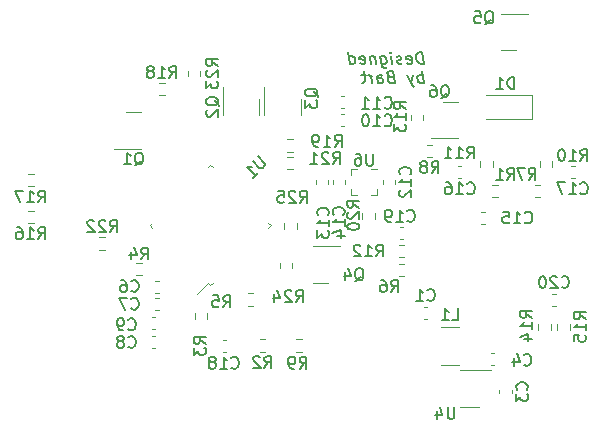
<source format=gbr>
%TF.GenerationSoftware,KiCad,Pcbnew,6.0.2-1.fc35*%
%TF.CreationDate,2022-04-22T15:47:55+02:00*%
%TF.ProjectId,LEDnode,4c45446e-6f64-4652-9e6b-696361645f70,rev?*%
%TF.SameCoordinates,Original*%
%TF.FileFunction,Legend,Bot*%
%TF.FilePolarity,Positive*%
%FSLAX46Y46*%
G04 Gerber Fmt 4.6, Leading zero omitted, Abs format (unit mm)*
G04 Created by KiCad (PCBNEW 6.0.2-1.fc35) date 2022-04-22 15:47:55*
%MOMM*%
%LPD*%
G01*
G04 APERTURE LIST*
%ADD10C,0.150000*%
%ADD11C,0.120000*%
G04 APERTURE END LIST*
D10*
X115158452Y-73647380D02*
X115033452Y-72647380D01*
X114795357Y-72647380D01*
X114658452Y-72695000D01*
X114575119Y-72790238D01*
X114539404Y-72885476D01*
X114515595Y-73075952D01*
X114533452Y-73218809D01*
X114604880Y-73409285D01*
X114664404Y-73504523D01*
X114771547Y-73599761D01*
X114920357Y-73647380D01*
X115158452Y-73647380D01*
X113771547Y-73599761D02*
X113872738Y-73647380D01*
X114063214Y-73647380D01*
X114152500Y-73599761D01*
X114188214Y-73504523D01*
X114140595Y-73123571D01*
X114081071Y-73028333D01*
X113979880Y-72980714D01*
X113789404Y-72980714D01*
X113700119Y-73028333D01*
X113664404Y-73123571D01*
X113676309Y-73218809D01*
X114164404Y-73314047D01*
X113342976Y-73599761D02*
X113253690Y-73647380D01*
X113063214Y-73647380D01*
X112962023Y-73599761D01*
X112902500Y-73504523D01*
X112896547Y-73456904D01*
X112932261Y-73361666D01*
X113021547Y-73314047D01*
X113164404Y-73314047D01*
X113253690Y-73266428D01*
X113289404Y-73171190D01*
X113283452Y-73123571D01*
X113223928Y-73028333D01*
X113122738Y-72980714D01*
X112979880Y-72980714D01*
X112890595Y-73028333D01*
X112491785Y-73647380D02*
X112408452Y-72980714D01*
X112366785Y-72647380D02*
X112420357Y-72695000D01*
X112378690Y-72742619D01*
X112325119Y-72695000D01*
X112366785Y-72647380D01*
X112378690Y-72742619D01*
X111503690Y-72980714D02*
X111604880Y-73790238D01*
X111664404Y-73885476D01*
X111717976Y-73933095D01*
X111819166Y-73980714D01*
X111962023Y-73980714D01*
X112051309Y-73933095D01*
X111581071Y-73599761D02*
X111682261Y-73647380D01*
X111872738Y-73647380D01*
X111962023Y-73599761D01*
X112003690Y-73552142D01*
X112039404Y-73456904D01*
X112003690Y-73171190D01*
X111944166Y-73075952D01*
X111890595Y-73028333D01*
X111789404Y-72980714D01*
X111598928Y-72980714D01*
X111509642Y-73028333D01*
X111027500Y-72980714D02*
X111110833Y-73647380D01*
X111039404Y-73075952D02*
X110985833Y-73028333D01*
X110884642Y-72980714D01*
X110741785Y-72980714D01*
X110652500Y-73028333D01*
X110616785Y-73123571D01*
X110682261Y-73647380D01*
X109819166Y-73599761D02*
X109920357Y-73647380D01*
X110110833Y-73647380D01*
X110200119Y-73599761D01*
X110235833Y-73504523D01*
X110188214Y-73123571D01*
X110128690Y-73028333D01*
X110027500Y-72980714D01*
X109837023Y-72980714D01*
X109747738Y-73028333D01*
X109712023Y-73123571D01*
X109723928Y-73218809D01*
X110212023Y-73314047D01*
X108920357Y-73647380D02*
X108795357Y-72647380D01*
X108914404Y-73599761D02*
X109015595Y-73647380D01*
X109206071Y-73647380D01*
X109295357Y-73599761D01*
X109337023Y-73552142D01*
X109372738Y-73456904D01*
X109337023Y-73171190D01*
X109277500Y-73075952D01*
X109223928Y-73028333D01*
X109122738Y-72980714D01*
X108932261Y-72980714D01*
X108842976Y-73028333D01*
X115158452Y-75257380D02*
X115033452Y-74257380D01*
X115081071Y-74638333D02*
X114979880Y-74590714D01*
X114789404Y-74590714D01*
X114700119Y-74638333D01*
X114658452Y-74685952D01*
X114622738Y-74781190D01*
X114658452Y-75066904D01*
X114717976Y-75162142D01*
X114771547Y-75209761D01*
X114872738Y-75257380D01*
X115063214Y-75257380D01*
X115152500Y-75209761D01*
X114265595Y-74590714D02*
X114110833Y-75257380D01*
X113789404Y-74590714D02*
X114110833Y-75257380D01*
X114235833Y-75495476D01*
X114289404Y-75543095D01*
X114390595Y-75590714D01*
X112331071Y-74733571D02*
X112194166Y-74781190D01*
X112152500Y-74828809D01*
X112116785Y-74924047D01*
X112134642Y-75066904D01*
X112194166Y-75162142D01*
X112247738Y-75209761D01*
X112348928Y-75257380D01*
X112729880Y-75257380D01*
X112604880Y-74257380D01*
X112271547Y-74257380D01*
X112182261Y-74305000D01*
X112140595Y-74352619D01*
X112104880Y-74447857D01*
X112116785Y-74543095D01*
X112176309Y-74638333D01*
X112229880Y-74685952D01*
X112331071Y-74733571D01*
X112664404Y-74733571D01*
X111301309Y-75257380D02*
X111235833Y-74733571D01*
X111271547Y-74638333D01*
X111360833Y-74590714D01*
X111551309Y-74590714D01*
X111652500Y-74638333D01*
X111295357Y-75209761D02*
X111396547Y-75257380D01*
X111634642Y-75257380D01*
X111723928Y-75209761D01*
X111759642Y-75114523D01*
X111747738Y-75019285D01*
X111688214Y-74924047D01*
X111587023Y-74876428D01*
X111348928Y-74876428D01*
X111247738Y-74828809D01*
X110825119Y-75257380D02*
X110741785Y-74590714D01*
X110765595Y-74781190D02*
X110706071Y-74685952D01*
X110652500Y-74638333D01*
X110551309Y-74590714D01*
X110456071Y-74590714D01*
X110265595Y-74590714D02*
X109884642Y-74590714D01*
X110081071Y-74257380D02*
X110188214Y-75114523D01*
X110152500Y-75209761D01*
X110063214Y-75257380D01*
X109967976Y-75257380D01*
%TO.C,R10*%
X128442857Y-81852380D02*
X128776190Y-81376190D01*
X129014285Y-81852380D02*
X129014285Y-80852380D01*
X128633333Y-80852380D01*
X128538095Y-80900000D01*
X128490476Y-80947619D01*
X128442857Y-81042857D01*
X128442857Y-81185714D01*
X128490476Y-81280952D01*
X128538095Y-81328571D01*
X128633333Y-81376190D01*
X129014285Y-81376190D01*
X127490476Y-81852380D02*
X128061904Y-81852380D01*
X127776190Y-81852380D02*
X127776190Y-80852380D01*
X127871428Y-80995238D01*
X127966666Y-81090476D01*
X128061904Y-81138095D01*
X126871428Y-80852380D02*
X126776190Y-80852380D01*
X126680952Y-80900000D01*
X126633333Y-80947619D01*
X126585714Y-81042857D01*
X126538095Y-81233333D01*
X126538095Y-81471428D01*
X126585714Y-81661904D01*
X126633333Y-81757142D01*
X126680952Y-81804761D01*
X126776190Y-81852380D01*
X126871428Y-81852380D01*
X126966666Y-81804761D01*
X127014285Y-81757142D01*
X127061904Y-81661904D01*
X127109523Y-81471428D01*
X127109523Y-81233333D01*
X127061904Y-81042857D01*
X127014285Y-80947619D01*
X126966666Y-80900000D01*
X126871428Y-80852380D01*
%TO.C,C7*%
X90416666Y-94357142D02*
X90464285Y-94404761D01*
X90607142Y-94452380D01*
X90702380Y-94452380D01*
X90845238Y-94404761D01*
X90940476Y-94309523D01*
X90988095Y-94214285D01*
X91035714Y-94023809D01*
X91035714Y-93880952D01*
X90988095Y-93690476D01*
X90940476Y-93595238D01*
X90845238Y-93500000D01*
X90702380Y-93452380D01*
X90607142Y-93452380D01*
X90464285Y-93500000D01*
X90416666Y-93547619D01*
X90083333Y-93452380D02*
X89416666Y-93452380D01*
X89845238Y-94452380D01*
%TO.C,C8*%
X90166666Y-97607142D02*
X90214285Y-97654761D01*
X90357142Y-97702380D01*
X90452380Y-97702380D01*
X90595238Y-97654761D01*
X90690476Y-97559523D01*
X90738095Y-97464285D01*
X90785714Y-97273809D01*
X90785714Y-97130952D01*
X90738095Y-96940476D01*
X90690476Y-96845238D01*
X90595238Y-96750000D01*
X90452380Y-96702380D01*
X90357142Y-96702380D01*
X90214285Y-96750000D01*
X90166666Y-96797619D01*
X89595238Y-97130952D02*
X89690476Y-97083333D01*
X89738095Y-97035714D01*
X89785714Y-96940476D01*
X89785714Y-96892857D01*
X89738095Y-96797619D01*
X89690476Y-96750000D01*
X89595238Y-96702380D01*
X89404761Y-96702380D01*
X89309523Y-96750000D01*
X89261904Y-96797619D01*
X89214285Y-96892857D01*
X89214285Y-96940476D01*
X89261904Y-97035714D01*
X89309523Y-97083333D01*
X89404761Y-97130952D01*
X89595238Y-97130952D01*
X89690476Y-97178571D01*
X89738095Y-97226190D01*
X89785714Y-97321428D01*
X89785714Y-97511904D01*
X89738095Y-97607142D01*
X89690476Y-97654761D01*
X89595238Y-97702380D01*
X89404761Y-97702380D01*
X89309523Y-97654761D01*
X89261904Y-97607142D01*
X89214285Y-97511904D01*
X89214285Y-97321428D01*
X89261904Y-97226190D01*
X89309523Y-97178571D01*
X89404761Y-97130952D01*
%TO.C,Q5*%
X120345238Y-70297619D02*
X120440476Y-70250000D01*
X120535714Y-70154761D01*
X120678571Y-70011904D01*
X120773809Y-69964285D01*
X120869047Y-69964285D01*
X120821428Y-70202380D02*
X120916666Y-70154761D01*
X121011904Y-70059523D01*
X121059523Y-69869047D01*
X121059523Y-69535714D01*
X121011904Y-69345238D01*
X120916666Y-69250000D01*
X120821428Y-69202380D01*
X120630952Y-69202380D01*
X120535714Y-69250000D01*
X120440476Y-69345238D01*
X120392857Y-69535714D01*
X120392857Y-69869047D01*
X120440476Y-70059523D01*
X120535714Y-70154761D01*
X120630952Y-70202380D01*
X120821428Y-70202380D01*
X119488095Y-69202380D02*
X119964285Y-69202380D01*
X120011904Y-69678571D01*
X119964285Y-69630952D01*
X119869047Y-69583333D01*
X119630952Y-69583333D01*
X119535714Y-69630952D01*
X119488095Y-69678571D01*
X119440476Y-69773809D01*
X119440476Y-70011904D01*
X119488095Y-70107142D01*
X119535714Y-70154761D01*
X119630952Y-70202380D01*
X119869047Y-70202380D01*
X119964285Y-70154761D01*
X120011904Y-70107142D01*
%TO.C,C6*%
X90416666Y-92857142D02*
X90464285Y-92904761D01*
X90607142Y-92952380D01*
X90702380Y-92952380D01*
X90845238Y-92904761D01*
X90940476Y-92809523D01*
X90988095Y-92714285D01*
X91035714Y-92523809D01*
X91035714Y-92380952D01*
X90988095Y-92190476D01*
X90940476Y-92095238D01*
X90845238Y-92000000D01*
X90702380Y-91952380D01*
X90607142Y-91952380D01*
X90464285Y-92000000D01*
X90416666Y-92047619D01*
X89559523Y-91952380D02*
X89750000Y-91952380D01*
X89845238Y-92000000D01*
X89892857Y-92047619D01*
X89988095Y-92190476D01*
X90035714Y-92380952D01*
X90035714Y-92761904D01*
X89988095Y-92857142D01*
X89940476Y-92904761D01*
X89845238Y-92952380D01*
X89654761Y-92952380D01*
X89559523Y-92904761D01*
X89511904Y-92857142D01*
X89464285Y-92761904D01*
X89464285Y-92523809D01*
X89511904Y-92428571D01*
X89559523Y-92380952D01*
X89654761Y-92333333D01*
X89845238Y-92333333D01*
X89940476Y-92380952D01*
X89988095Y-92428571D01*
X90035714Y-92523809D01*
%TO.C,Q1*%
X90695238Y-82247619D02*
X90790476Y-82200000D01*
X90885714Y-82104761D01*
X91028571Y-81961904D01*
X91123809Y-81914285D01*
X91219047Y-81914285D01*
X91171428Y-82152380D02*
X91266666Y-82104761D01*
X91361904Y-82009523D01*
X91409523Y-81819047D01*
X91409523Y-81485714D01*
X91361904Y-81295238D01*
X91266666Y-81200000D01*
X91171428Y-81152380D01*
X90980952Y-81152380D01*
X90885714Y-81200000D01*
X90790476Y-81295238D01*
X90742857Y-81485714D01*
X90742857Y-81819047D01*
X90790476Y-82009523D01*
X90885714Y-82104761D01*
X90980952Y-82152380D01*
X91171428Y-82152380D01*
X89790476Y-82152380D02*
X90361904Y-82152380D01*
X90076190Y-82152380D02*
X90076190Y-81152380D01*
X90171428Y-81295238D01*
X90266666Y-81390476D01*
X90361904Y-81438095D01*
%TO.C,C17*%
X128442857Y-84587142D02*
X128490476Y-84634761D01*
X128633333Y-84682380D01*
X128728571Y-84682380D01*
X128871428Y-84634761D01*
X128966666Y-84539523D01*
X129014285Y-84444285D01*
X129061904Y-84253809D01*
X129061904Y-84110952D01*
X129014285Y-83920476D01*
X128966666Y-83825238D01*
X128871428Y-83730000D01*
X128728571Y-83682380D01*
X128633333Y-83682380D01*
X128490476Y-83730000D01*
X128442857Y-83777619D01*
X127490476Y-84682380D02*
X128061904Y-84682380D01*
X127776190Y-84682380D02*
X127776190Y-83682380D01*
X127871428Y-83825238D01*
X127966666Y-83920476D01*
X128061904Y-83968095D01*
X127157142Y-83682380D02*
X126490476Y-83682380D01*
X126919047Y-84682380D01*
%TO.C,Q2*%
X97847619Y-77204761D02*
X97800000Y-77109523D01*
X97704761Y-77014285D01*
X97561904Y-76871428D01*
X97514285Y-76776190D01*
X97514285Y-76680952D01*
X97752380Y-76728571D02*
X97704761Y-76633333D01*
X97609523Y-76538095D01*
X97419047Y-76490476D01*
X97085714Y-76490476D01*
X96895238Y-76538095D01*
X96800000Y-76633333D01*
X96752380Y-76728571D01*
X96752380Y-76919047D01*
X96800000Y-77014285D01*
X96895238Y-77109523D01*
X97085714Y-77157142D01*
X97419047Y-77157142D01*
X97609523Y-77109523D01*
X97704761Y-77014285D01*
X97752380Y-76919047D01*
X97752380Y-76728571D01*
X96847619Y-77538095D02*
X96800000Y-77585714D01*
X96752380Y-77680952D01*
X96752380Y-77919047D01*
X96800000Y-78014285D01*
X96847619Y-78061904D01*
X96942857Y-78109523D01*
X97038095Y-78109523D01*
X97180952Y-78061904D01*
X97752380Y-77490476D01*
X97752380Y-78109523D01*
%TO.C,R18*%
X93642857Y-74822380D02*
X93976190Y-74346190D01*
X94214285Y-74822380D02*
X94214285Y-73822380D01*
X93833333Y-73822380D01*
X93738095Y-73870000D01*
X93690476Y-73917619D01*
X93642857Y-74012857D01*
X93642857Y-74155714D01*
X93690476Y-74250952D01*
X93738095Y-74298571D01*
X93833333Y-74346190D01*
X94214285Y-74346190D01*
X92690476Y-74822380D02*
X93261904Y-74822380D01*
X92976190Y-74822380D02*
X92976190Y-73822380D01*
X93071428Y-73965238D01*
X93166666Y-74060476D01*
X93261904Y-74108095D01*
X92119047Y-74250952D02*
X92214285Y-74203333D01*
X92261904Y-74155714D01*
X92309523Y-74060476D01*
X92309523Y-74012857D01*
X92261904Y-73917619D01*
X92214285Y-73870000D01*
X92119047Y-73822380D01*
X91928571Y-73822380D01*
X91833333Y-73870000D01*
X91785714Y-73917619D01*
X91738095Y-74012857D01*
X91738095Y-74060476D01*
X91785714Y-74155714D01*
X91833333Y-74203333D01*
X91928571Y-74250952D01*
X92119047Y-74250952D01*
X92214285Y-74298571D01*
X92261904Y-74346190D01*
X92309523Y-74441428D01*
X92309523Y-74631904D01*
X92261904Y-74727142D01*
X92214285Y-74774761D01*
X92119047Y-74822380D01*
X91928571Y-74822380D01*
X91833333Y-74774761D01*
X91785714Y-74727142D01*
X91738095Y-74631904D01*
X91738095Y-74441428D01*
X91785714Y-74346190D01*
X91833333Y-74298571D01*
X91928571Y-74250952D01*
%TO.C,C15*%
X123742857Y-87057142D02*
X123790476Y-87104761D01*
X123933333Y-87152380D01*
X124028571Y-87152380D01*
X124171428Y-87104761D01*
X124266666Y-87009523D01*
X124314285Y-86914285D01*
X124361904Y-86723809D01*
X124361904Y-86580952D01*
X124314285Y-86390476D01*
X124266666Y-86295238D01*
X124171428Y-86200000D01*
X124028571Y-86152380D01*
X123933333Y-86152380D01*
X123790476Y-86200000D01*
X123742857Y-86247619D01*
X122790476Y-87152380D02*
X123361904Y-87152380D01*
X123076190Y-87152380D02*
X123076190Y-86152380D01*
X123171428Y-86295238D01*
X123266666Y-86390476D01*
X123361904Y-86438095D01*
X121885714Y-86152380D02*
X122361904Y-86152380D01*
X122409523Y-86628571D01*
X122361904Y-86580952D01*
X122266666Y-86533333D01*
X122028571Y-86533333D01*
X121933333Y-86580952D01*
X121885714Y-86628571D01*
X121838095Y-86723809D01*
X121838095Y-86961904D01*
X121885714Y-87057142D01*
X121933333Y-87104761D01*
X122028571Y-87152380D01*
X122266666Y-87152380D01*
X122361904Y-87104761D01*
X122409523Y-87057142D01*
%TO.C,C3*%
X123887142Y-101233333D02*
X123934761Y-101185714D01*
X123982380Y-101042857D01*
X123982380Y-100947619D01*
X123934761Y-100804761D01*
X123839523Y-100709523D01*
X123744285Y-100661904D01*
X123553809Y-100614285D01*
X123410952Y-100614285D01*
X123220476Y-100661904D01*
X123125238Y-100709523D01*
X123030000Y-100804761D01*
X122982380Y-100947619D01*
X122982380Y-101042857D01*
X123030000Y-101185714D01*
X123077619Y-101233333D01*
X122982380Y-101566666D02*
X122982380Y-102185714D01*
X123363333Y-101852380D01*
X123363333Y-101995238D01*
X123410952Y-102090476D01*
X123458571Y-102138095D01*
X123553809Y-102185714D01*
X123791904Y-102185714D01*
X123887142Y-102138095D01*
X123934761Y-102090476D01*
X123982380Y-101995238D01*
X123982380Y-101709523D01*
X123934761Y-101614285D01*
X123887142Y-101566666D01*
%TO.C,R17*%
X82542857Y-85382380D02*
X82876190Y-84906190D01*
X83114285Y-85382380D02*
X83114285Y-84382380D01*
X82733333Y-84382380D01*
X82638095Y-84430000D01*
X82590476Y-84477619D01*
X82542857Y-84572857D01*
X82542857Y-84715714D01*
X82590476Y-84810952D01*
X82638095Y-84858571D01*
X82733333Y-84906190D01*
X83114285Y-84906190D01*
X81590476Y-85382380D02*
X82161904Y-85382380D01*
X81876190Y-85382380D02*
X81876190Y-84382380D01*
X81971428Y-84525238D01*
X82066666Y-84620476D01*
X82161904Y-84668095D01*
X81257142Y-84382380D02*
X80590476Y-84382380D01*
X81019047Y-85382380D01*
%TO.C,C14*%
X108382142Y-86407142D02*
X108429761Y-86359523D01*
X108477380Y-86216666D01*
X108477380Y-86121428D01*
X108429761Y-85978571D01*
X108334523Y-85883333D01*
X108239285Y-85835714D01*
X108048809Y-85788095D01*
X107905952Y-85788095D01*
X107715476Y-85835714D01*
X107620238Y-85883333D01*
X107525000Y-85978571D01*
X107477380Y-86121428D01*
X107477380Y-86216666D01*
X107525000Y-86359523D01*
X107572619Y-86407142D01*
X108477380Y-87359523D02*
X108477380Y-86788095D01*
X108477380Y-87073809D02*
X107477380Y-87073809D01*
X107620238Y-86978571D01*
X107715476Y-86883333D01*
X107763095Y-86788095D01*
X107810714Y-88216666D02*
X108477380Y-88216666D01*
X107429761Y-87978571D02*
X108144047Y-87740476D01*
X108144047Y-88359523D01*
%TO.C,R11*%
X118842857Y-81652380D02*
X119176190Y-81176190D01*
X119414285Y-81652380D02*
X119414285Y-80652380D01*
X119033333Y-80652380D01*
X118938095Y-80700000D01*
X118890476Y-80747619D01*
X118842857Y-80842857D01*
X118842857Y-80985714D01*
X118890476Y-81080952D01*
X118938095Y-81128571D01*
X119033333Y-81176190D01*
X119414285Y-81176190D01*
X117890476Y-81652380D02*
X118461904Y-81652380D01*
X118176190Y-81652380D02*
X118176190Y-80652380D01*
X118271428Y-80795238D01*
X118366666Y-80890476D01*
X118461904Y-80938095D01*
X116938095Y-81652380D02*
X117509523Y-81652380D01*
X117223809Y-81652380D02*
X117223809Y-80652380D01*
X117319047Y-80795238D01*
X117414285Y-80890476D01*
X117509523Y-80938095D01*
%TO.C,C19*%
X113792857Y-86907142D02*
X113840476Y-86954761D01*
X113983333Y-87002380D01*
X114078571Y-87002380D01*
X114221428Y-86954761D01*
X114316666Y-86859523D01*
X114364285Y-86764285D01*
X114411904Y-86573809D01*
X114411904Y-86430952D01*
X114364285Y-86240476D01*
X114316666Y-86145238D01*
X114221428Y-86050000D01*
X114078571Y-86002380D01*
X113983333Y-86002380D01*
X113840476Y-86050000D01*
X113792857Y-86097619D01*
X112840476Y-87002380D02*
X113411904Y-87002380D01*
X113126190Y-87002380D02*
X113126190Y-86002380D01*
X113221428Y-86145238D01*
X113316666Y-86240476D01*
X113411904Y-86288095D01*
X112364285Y-87002380D02*
X112173809Y-87002380D01*
X112078571Y-86954761D01*
X112030952Y-86907142D01*
X111935714Y-86764285D01*
X111888095Y-86573809D01*
X111888095Y-86192857D01*
X111935714Y-86097619D01*
X111983333Y-86050000D01*
X112078571Y-86002380D01*
X112269047Y-86002380D01*
X112364285Y-86050000D01*
X112411904Y-86097619D01*
X112459523Y-86192857D01*
X112459523Y-86430952D01*
X112411904Y-86526190D01*
X112364285Y-86573809D01*
X112269047Y-86621428D01*
X112078571Y-86621428D01*
X111983333Y-86573809D01*
X111935714Y-86526190D01*
X111888095Y-86430952D01*
%TO.C,R1*%
X122266666Y-83452380D02*
X122600000Y-82976190D01*
X122838095Y-83452380D02*
X122838095Y-82452380D01*
X122457142Y-82452380D01*
X122361904Y-82500000D01*
X122314285Y-82547619D01*
X122266666Y-82642857D01*
X122266666Y-82785714D01*
X122314285Y-82880952D01*
X122361904Y-82928571D01*
X122457142Y-82976190D01*
X122838095Y-82976190D01*
X121314285Y-83452380D02*
X121885714Y-83452380D01*
X121600000Y-83452380D02*
X121600000Y-82452380D01*
X121695238Y-82595238D01*
X121790476Y-82690476D01*
X121885714Y-82738095D01*
%TO.C,R15*%
X128882380Y-95257142D02*
X128406190Y-94923809D01*
X128882380Y-94685714D02*
X127882380Y-94685714D01*
X127882380Y-95066666D01*
X127930000Y-95161904D01*
X127977619Y-95209523D01*
X128072857Y-95257142D01*
X128215714Y-95257142D01*
X128310952Y-95209523D01*
X128358571Y-95161904D01*
X128406190Y-95066666D01*
X128406190Y-94685714D01*
X128882380Y-96209523D02*
X128882380Y-95638095D01*
X128882380Y-95923809D02*
X127882380Y-95923809D01*
X128025238Y-95828571D01*
X128120476Y-95733333D01*
X128168095Y-95638095D01*
X127882380Y-97114285D02*
X127882380Y-96638095D01*
X128358571Y-96590476D01*
X128310952Y-96638095D01*
X128263333Y-96733333D01*
X128263333Y-96971428D01*
X128310952Y-97066666D01*
X128358571Y-97114285D01*
X128453809Y-97161904D01*
X128691904Y-97161904D01*
X128787142Y-97114285D01*
X128834761Y-97066666D01*
X128882380Y-96971428D01*
X128882380Y-96733333D01*
X128834761Y-96638095D01*
X128787142Y-96590476D01*
%TO.C,Q4*%
X109345238Y-92047619D02*
X109440476Y-92000000D01*
X109535714Y-91904761D01*
X109678571Y-91761904D01*
X109773809Y-91714285D01*
X109869047Y-91714285D01*
X109821428Y-91952380D02*
X109916666Y-91904761D01*
X110011904Y-91809523D01*
X110059523Y-91619047D01*
X110059523Y-91285714D01*
X110011904Y-91095238D01*
X109916666Y-91000000D01*
X109821428Y-90952380D01*
X109630952Y-90952380D01*
X109535714Y-91000000D01*
X109440476Y-91095238D01*
X109392857Y-91285714D01*
X109392857Y-91619047D01*
X109440476Y-91809523D01*
X109535714Y-91904761D01*
X109630952Y-91952380D01*
X109821428Y-91952380D01*
X108535714Y-91285714D02*
X108535714Y-91952380D01*
X108773809Y-90904761D02*
X109011904Y-91619047D01*
X108392857Y-91619047D01*
%TO.C,C13*%
X107057142Y-86457142D02*
X107104761Y-86409523D01*
X107152380Y-86266666D01*
X107152380Y-86171428D01*
X107104761Y-86028571D01*
X107009523Y-85933333D01*
X106914285Y-85885714D01*
X106723809Y-85838095D01*
X106580952Y-85838095D01*
X106390476Y-85885714D01*
X106295238Y-85933333D01*
X106200000Y-86028571D01*
X106152380Y-86171428D01*
X106152380Y-86266666D01*
X106200000Y-86409523D01*
X106247619Y-86457142D01*
X107152380Y-87409523D02*
X107152380Y-86838095D01*
X107152380Y-87123809D02*
X106152380Y-87123809D01*
X106295238Y-87028571D01*
X106390476Y-86933333D01*
X106438095Y-86838095D01*
X106152380Y-87742857D02*
X106152380Y-88361904D01*
X106533333Y-88028571D01*
X106533333Y-88171428D01*
X106580952Y-88266666D01*
X106628571Y-88314285D01*
X106723809Y-88361904D01*
X106961904Y-88361904D01*
X107057142Y-88314285D01*
X107104761Y-88266666D01*
X107152380Y-88171428D01*
X107152380Y-87885714D01*
X107104761Y-87790476D01*
X107057142Y-87742857D01*
%TO.C,C16*%
X118867857Y-84587142D02*
X118915476Y-84634761D01*
X119058333Y-84682380D01*
X119153571Y-84682380D01*
X119296428Y-84634761D01*
X119391666Y-84539523D01*
X119439285Y-84444285D01*
X119486904Y-84253809D01*
X119486904Y-84110952D01*
X119439285Y-83920476D01*
X119391666Y-83825238D01*
X119296428Y-83730000D01*
X119153571Y-83682380D01*
X119058333Y-83682380D01*
X118915476Y-83730000D01*
X118867857Y-83777619D01*
X117915476Y-84682380D02*
X118486904Y-84682380D01*
X118201190Y-84682380D02*
X118201190Y-83682380D01*
X118296428Y-83825238D01*
X118391666Y-83920476D01*
X118486904Y-83968095D01*
X117058333Y-83682380D02*
X117248809Y-83682380D01*
X117344047Y-83730000D01*
X117391666Y-83777619D01*
X117486904Y-83920476D01*
X117534523Y-84110952D01*
X117534523Y-84491904D01*
X117486904Y-84587142D01*
X117439285Y-84634761D01*
X117344047Y-84682380D01*
X117153571Y-84682380D01*
X117058333Y-84634761D01*
X117010714Y-84587142D01*
X116963095Y-84491904D01*
X116963095Y-84253809D01*
X117010714Y-84158571D01*
X117058333Y-84110952D01*
X117153571Y-84063333D01*
X117344047Y-84063333D01*
X117439285Y-84110952D01*
X117486904Y-84158571D01*
X117534523Y-84253809D01*
%TO.C,R6*%
X112416666Y-92952380D02*
X112750000Y-92476190D01*
X112988095Y-92952380D02*
X112988095Y-91952380D01*
X112607142Y-91952380D01*
X112511904Y-92000000D01*
X112464285Y-92047619D01*
X112416666Y-92142857D01*
X112416666Y-92285714D01*
X112464285Y-92380952D01*
X112511904Y-92428571D01*
X112607142Y-92476190D01*
X112988095Y-92476190D01*
X111559523Y-91952380D02*
X111750000Y-91952380D01*
X111845238Y-92000000D01*
X111892857Y-92047619D01*
X111988095Y-92190476D01*
X112035714Y-92380952D01*
X112035714Y-92761904D01*
X111988095Y-92857142D01*
X111940476Y-92904761D01*
X111845238Y-92952380D01*
X111654761Y-92952380D01*
X111559523Y-92904761D01*
X111511904Y-92857142D01*
X111464285Y-92761904D01*
X111464285Y-92523809D01*
X111511904Y-92428571D01*
X111559523Y-92380952D01*
X111654761Y-92333333D01*
X111845238Y-92333333D01*
X111940476Y-92380952D01*
X111988095Y-92428571D01*
X112035714Y-92523809D01*
%TO.C,C1*%
X115491666Y-93627142D02*
X115539285Y-93674761D01*
X115682142Y-93722380D01*
X115777380Y-93722380D01*
X115920238Y-93674761D01*
X116015476Y-93579523D01*
X116063095Y-93484285D01*
X116110714Y-93293809D01*
X116110714Y-93150952D01*
X116063095Y-92960476D01*
X116015476Y-92865238D01*
X115920238Y-92770000D01*
X115777380Y-92722380D01*
X115682142Y-92722380D01*
X115539285Y-92770000D01*
X115491666Y-92817619D01*
X114539285Y-93722380D02*
X115110714Y-93722380D01*
X114825000Y-93722380D02*
X114825000Y-92722380D01*
X114920238Y-92865238D01*
X115015476Y-92960476D01*
X115110714Y-93008095D01*
%TO.C,U4*%
X117761904Y-102702380D02*
X117761904Y-103511904D01*
X117714285Y-103607142D01*
X117666666Y-103654761D01*
X117571428Y-103702380D01*
X117380952Y-103702380D01*
X117285714Y-103654761D01*
X117238095Y-103607142D01*
X117190476Y-103511904D01*
X117190476Y-102702380D01*
X116285714Y-103035714D02*
X116285714Y-103702380D01*
X116523809Y-102654761D02*
X116761904Y-103369047D01*
X116142857Y-103369047D01*
%TO.C,R7*%
X124066666Y-83452380D02*
X124400000Y-82976190D01*
X124638095Y-83452380D02*
X124638095Y-82452380D01*
X124257142Y-82452380D01*
X124161904Y-82500000D01*
X124114285Y-82547619D01*
X124066666Y-82642857D01*
X124066666Y-82785714D01*
X124114285Y-82880952D01*
X124161904Y-82928571D01*
X124257142Y-82976190D01*
X124638095Y-82976190D01*
X123733333Y-82452380D02*
X123066666Y-82452380D01*
X123495238Y-83452380D01*
%TO.C,R21*%
X107492857Y-82102380D02*
X107826190Y-81626190D01*
X108064285Y-82102380D02*
X108064285Y-81102380D01*
X107683333Y-81102380D01*
X107588095Y-81150000D01*
X107540476Y-81197619D01*
X107492857Y-81292857D01*
X107492857Y-81435714D01*
X107540476Y-81530952D01*
X107588095Y-81578571D01*
X107683333Y-81626190D01*
X108064285Y-81626190D01*
X107111904Y-81197619D02*
X107064285Y-81150000D01*
X106969047Y-81102380D01*
X106730952Y-81102380D01*
X106635714Y-81150000D01*
X106588095Y-81197619D01*
X106540476Y-81292857D01*
X106540476Y-81388095D01*
X106588095Y-81530952D01*
X107159523Y-82102380D01*
X106540476Y-82102380D01*
X105588095Y-82102380D02*
X106159523Y-82102380D01*
X105873809Y-82102380D02*
X105873809Y-81102380D01*
X105969047Y-81245238D01*
X106064285Y-81340476D01*
X106159523Y-81388095D01*
%TO.C,C9*%
X90166666Y-96107142D02*
X90214285Y-96154761D01*
X90357142Y-96202380D01*
X90452380Y-96202380D01*
X90595238Y-96154761D01*
X90690476Y-96059523D01*
X90738095Y-95964285D01*
X90785714Y-95773809D01*
X90785714Y-95630952D01*
X90738095Y-95440476D01*
X90690476Y-95345238D01*
X90595238Y-95250000D01*
X90452380Y-95202380D01*
X90357142Y-95202380D01*
X90214285Y-95250000D01*
X90166666Y-95297619D01*
X89690476Y-96202380D02*
X89500000Y-96202380D01*
X89404761Y-96154761D01*
X89357142Y-96107142D01*
X89261904Y-95964285D01*
X89214285Y-95773809D01*
X89214285Y-95392857D01*
X89261904Y-95297619D01*
X89309523Y-95250000D01*
X89404761Y-95202380D01*
X89595238Y-95202380D01*
X89690476Y-95250000D01*
X89738095Y-95297619D01*
X89785714Y-95392857D01*
X89785714Y-95630952D01*
X89738095Y-95726190D01*
X89690476Y-95773809D01*
X89595238Y-95821428D01*
X89404761Y-95821428D01*
X89309523Y-95773809D01*
X89261904Y-95726190D01*
X89214285Y-95630952D01*
%TO.C,C11*%
X111854868Y-77332142D02*
X111902487Y-77379761D01*
X112045344Y-77427380D01*
X112140582Y-77427380D01*
X112283439Y-77379761D01*
X112378677Y-77284523D01*
X112426296Y-77189285D01*
X112473915Y-76998809D01*
X112473915Y-76855952D01*
X112426296Y-76665476D01*
X112378677Y-76570238D01*
X112283439Y-76475000D01*
X112140582Y-76427380D01*
X112045344Y-76427380D01*
X111902487Y-76475000D01*
X111854868Y-76522619D01*
X110902487Y-77427380D02*
X111473915Y-77427380D01*
X111188201Y-77427380D02*
X111188201Y-76427380D01*
X111283439Y-76570238D01*
X111378677Y-76665476D01*
X111473915Y-76713095D01*
X109950106Y-77427380D02*
X110521534Y-77427380D01*
X110235820Y-77427380D02*
X110235820Y-76427380D01*
X110331058Y-76570238D01*
X110426296Y-76665476D01*
X110521534Y-76713095D01*
%TO.C,R16*%
X82542857Y-88482380D02*
X82876190Y-88006190D01*
X83114285Y-88482380D02*
X83114285Y-87482380D01*
X82733333Y-87482380D01*
X82638095Y-87530000D01*
X82590476Y-87577619D01*
X82542857Y-87672857D01*
X82542857Y-87815714D01*
X82590476Y-87910952D01*
X82638095Y-87958571D01*
X82733333Y-88006190D01*
X83114285Y-88006190D01*
X81590476Y-88482380D02*
X82161904Y-88482380D01*
X81876190Y-88482380D02*
X81876190Y-87482380D01*
X81971428Y-87625238D01*
X82066666Y-87720476D01*
X82161904Y-87768095D01*
X80733333Y-87482380D02*
X80923809Y-87482380D01*
X81019047Y-87530000D01*
X81066666Y-87577619D01*
X81161904Y-87720476D01*
X81209523Y-87910952D01*
X81209523Y-88291904D01*
X81161904Y-88387142D01*
X81114285Y-88434761D01*
X81019047Y-88482380D01*
X80828571Y-88482380D01*
X80733333Y-88434761D01*
X80685714Y-88387142D01*
X80638095Y-88291904D01*
X80638095Y-88053809D01*
X80685714Y-87958571D01*
X80733333Y-87910952D01*
X80828571Y-87863333D01*
X81019047Y-87863333D01*
X81114285Y-87910952D01*
X81161904Y-87958571D01*
X81209523Y-88053809D01*
%TO.C,R25*%
X104692857Y-85402380D02*
X105026190Y-84926190D01*
X105264285Y-85402380D02*
X105264285Y-84402380D01*
X104883333Y-84402380D01*
X104788095Y-84450000D01*
X104740476Y-84497619D01*
X104692857Y-84592857D01*
X104692857Y-84735714D01*
X104740476Y-84830952D01*
X104788095Y-84878571D01*
X104883333Y-84926190D01*
X105264285Y-84926190D01*
X104311904Y-84497619D02*
X104264285Y-84450000D01*
X104169047Y-84402380D01*
X103930952Y-84402380D01*
X103835714Y-84450000D01*
X103788095Y-84497619D01*
X103740476Y-84592857D01*
X103740476Y-84688095D01*
X103788095Y-84830952D01*
X104359523Y-85402380D01*
X103740476Y-85402380D01*
X102835714Y-84402380D02*
X103311904Y-84402380D01*
X103359523Y-84878571D01*
X103311904Y-84830952D01*
X103216666Y-84783333D01*
X102978571Y-84783333D01*
X102883333Y-84830952D01*
X102835714Y-84878571D01*
X102788095Y-84973809D01*
X102788095Y-85211904D01*
X102835714Y-85307142D01*
X102883333Y-85354761D01*
X102978571Y-85402380D01*
X103216666Y-85402380D01*
X103311904Y-85354761D01*
X103359523Y-85307142D01*
%TO.C,Q6*%
X116595238Y-76547619D02*
X116690476Y-76500000D01*
X116785714Y-76404761D01*
X116928571Y-76261904D01*
X117023809Y-76214285D01*
X117119047Y-76214285D01*
X117071428Y-76452380D02*
X117166666Y-76404761D01*
X117261904Y-76309523D01*
X117309523Y-76119047D01*
X117309523Y-75785714D01*
X117261904Y-75595238D01*
X117166666Y-75500000D01*
X117071428Y-75452380D01*
X116880952Y-75452380D01*
X116785714Y-75500000D01*
X116690476Y-75595238D01*
X116642857Y-75785714D01*
X116642857Y-76119047D01*
X116690476Y-76309523D01*
X116785714Y-76404761D01*
X116880952Y-76452380D01*
X117071428Y-76452380D01*
X115785714Y-75452380D02*
X115976190Y-75452380D01*
X116071428Y-75500000D01*
X116119047Y-75547619D01*
X116214285Y-75690476D01*
X116261904Y-75880952D01*
X116261904Y-76261904D01*
X116214285Y-76357142D01*
X116166666Y-76404761D01*
X116071428Y-76452380D01*
X115880952Y-76452380D01*
X115785714Y-76404761D01*
X115738095Y-76357142D01*
X115690476Y-76261904D01*
X115690476Y-76023809D01*
X115738095Y-75928571D01*
X115785714Y-75880952D01*
X115880952Y-75833333D01*
X116071428Y-75833333D01*
X116166666Y-75880952D01*
X116214285Y-75928571D01*
X116261904Y-76023809D01*
%TO.C,U6*%
X110886904Y-81252380D02*
X110886904Y-82061904D01*
X110839285Y-82157142D01*
X110791666Y-82204761D01*
X110696428Y-82252380D01*
X110505952Y-82252380D01*
X110410714Y-82204761D01*
X110363095Y-82157142D01*
X110315476Y-82061904D01*
X110315476Y-81252380D01*
X109410714Y-81252380D02*
X109601190Y-81252380D01*
X109696428Y-81300000D01*
X109744047Y-81347619D01*
X109839285Y-81490476D01*
X109886904Y-81680952D01*
X109886904Y-82061904D01*
X109839285Y-82157142D01*
X109791666Y-82204761D01*
X109696428Y-82252380D01*
X109505952Y-82252380D01*
X109410714Y-82204761D01*
X109363095Y-82157142D01*
X109315476Y-82061904D01*
X109315476Y-81823809D01*
X109363095Y-81728571D01*
X109410714Y-81680952D01*
X109505952Y-81633333D01*
X109696428Y-81633333D01*
X109791666Y-81680952D01*
X109839285Y-81728571D01*
X109886904Y-81823809D01*
%TO.C,C20*%
X126842857Y-92527142D02*
X126890476Y-92574761D01*
X127033333Y-92622380D01*
X127128571Y-92622380D01*
X127271428Y-92574761D01*
X127366666Y-92479523D01*
X127414285Y-92384285D01*
X127461904Y-92193809D01*
X127461904Y-92050952D01*
X127414285Y-91860476D01*
X127366666Y-91765238D01*
X127271428Y-91670000D01*
X127128571Y-91622380D01*
X127033333Y-91622380D01*
X126890476Y-91670000D01*
X126842857Y-91717619D01*
X126461904Y-91717619D02*
X126414285Y-91670000D01*
X126319047Y-91622380D01*
X126080952Y-91622380D01*
X125985714Y-91670000D01*
X125938095Y-91717619D01*
X125890476Y-91812857D01*
X125890476Y-91908095D01*
X125938095Y-92050952D01*
X126509523Y-92622380D01*
X125890476Y-92622380D01*
X125271428Y-91622380D02*
X125176190Y-91622380D01*
X125080952Y-91670000D01*
X125033333Y-91717619D01*
X124985714Y-91812857D01*
X124938095Y-92003333D01*
X124938095Y-92241428D01*
X124985714Y-92431904D01*
X125033333Y-92527142D01*
X125080952Y-92574761D01*
X125176190Y-92622380D01*
X125271428Y-92622380D01*
X125366666Y-92574761D01*
X125414285Y-92527142D01*
X125461904Y-92431904D01*
X125509523Y-92241428D01*
X125509523Y-92003333D01*
X125461904Y-91812857D01*
X125414285Y-91717619D01*
X125366666Y-91670000D01*
X125271428Y-91622380D01*
%TO.C,C4*%
X123666666Y-99107142D02*
X123714285Y-99154761D01*
X123857142Y-99202380D01*
X123952380Y-99202380D01*
X124095238Y-99154761D01*
X124190476Y-99059523D01*
X124238095Y-98964285D01*
X124285714Y-98773809D01*
X124285714Y-98630952D01*
X124238095Y-98440476D01*
X124190476Y-98345238D01*
X124095238Y-98250000D01*
X123952380Y-98202380D01*
X123857142Y-98202380D01*
X123714285Y-98250000D01*
X123666666Y-98297619D01*
X122809523Y-98535714D02*
X122809523Y-99202380D01*
X123047619Y-98154761D02*
X123285714Y-98869047D01*
X122666666Y-98869047D01*
%TO.C,C18*%
X98892857Y-99357142D02*
X98940476Y-99404761D01*
X99083333Y-99452380D01*
X99178571Y-99452380D01*
X99321428Y-99404761D01*
X99416666Y-99309523D01*
X99464285Y-99214285D01*
X99511904Y-99023809D01*
X99511904Y-98880952D01*
X99464285Y-98690476D01*
X99416666Y-98595238D01*
X99321428Y-98500000D01*
X99178571Y-98452380D01*
X99083333Y-98452380D01*
X98940476Y-98500000D01*
X98892857Y-98547619D01*
X97940476Y-99452380D02*
X98511904Y-99452380D01*
X98226190Y-99452380D02*
X98226190Y-98452380D01*
X98321428Y-98595238D01*
X98416666Y-98690476D01*
X98511904Y-98738095D01*
X97369047Y-98880952D02*
X97464285Y-98833333D01*
X97511904Y-98785714D01*
X97559523Y-98690476D01*
X97559523Y-98642857D01*
X97511904Y-98547619D01*
X97464285Y-98500000D01*
X97369047Y-98452380D01*
X97178571Y-98452380D01*
X97083333Y-98500000D01*
X97035714Y-98547619D01*
X96988095Y-98642857D01*
X96988095Y-98690476D01*
X97035714Y-98785714D01*
X97083333Y-98833333D01*
X97178571Y-98880952D01*
X97369047Y-98880952D01*
X97464285Y-98928571D01*
X97511904Y-98976190D01*
X97559523Y-99071428D01*
X97559523Y-99261904D01*
X97511904Y-99357142D01*
X97464285Y-99404761D01*
X97369047Y-99452380D01*
X97178571Y-99452380D01*
X97083333Y-99404761D01*
X97035714Y-99357142D01*
X96988095Y-99261904D01*
X96988095Y-99071428D01*
X97035714Y-98976190D01*
X97083333Y-98928571D01*
X97178571Y-98880952D01*
%TO.C,R20*%
X109702380Y-85807142D02*
X109226190Y-85473809D01*
X109702380Y-85235714D02*
X108702380Y-85235714D01*
X108702380Y-85616666D01*
X108750000Y-85711904D01*
X108797619Y-85759523D01*
X108892857Y-85807142D01*
X109035714Y-85807142D01*
X109130952Y-85759523D01*
X109178571Y-85711904D01*
X109226190Y-85616666D01*
X109226190Y-85235714D01*
X108797619Y-86188095D02*
X108750000Y-86235714D01*
X108702380Y-86330952D01*
X108702380Y-86569047D01*
X108750000Y-86664285D01*
X108797619Y-86711904D01*
X108892857Y-86759523D01*
X108988095Y-86759523D01*
X109130952Y-86711904D01*
X109702380Y-86140476D01*
X109702380Y-86759523D01*
X108702380Y-87378571D02*
X108702380Y-87473809D01*
X108750000Y-87569047D01*
X108797619Y-87616666D01*
X108892857Y-87664285D01*
X109083333Y-87711904D01*
X109321428Y-87711904D01*
X109511904Y-87664285D01*
X109607142Y-87616666D01*
X109654761Y-87569047D01*
X109702380Y-87473809D01*
X109702380Y-87378571D01*
X109654761Y-87283333D01*
X109607142Y-87235714D01*
X109511904Y-87188095D01*
X109321428Y-87140476D01*
X109083333Y-87140476D01*
X108892857Y-87188095D01*
X108797619Y-87235714D01*
X108750000Y-87283333D01*
X108702380Y-87378571D01*
%TO.C,R5*%
X98216666Y-94252380D02*
X98550000Y-93776190D01*
X98788095Y-94252380D02*
X98788095Y-93252380D01*
X98407142Y-93252380D01*
X98311904Y-93300000D01*
X98264285Y-93347619D01*
X98216666Y-93442857D01*
X98216666Y-93585714D01*
X98264285Y-93680952D01*
X98311904Y-93728571D01*
X98407142Y-93776190D01*
X98788095Y-93776190D01*
X97311904Y-93252380D02*
X97788095Y-93252380D01*
X97835714Y-93728571D01*
X97788095Y-93680952D01*
X97692857Y-93633333D01*
X97454761Y-93633333D01*
X97359523Y-93680952D01*
X97311904Y-93728571D01*
X97264285Y-93823809D01*
X97264285Y-94061904D01*
X97311904Y-94157142D01*
X97359523Y-94204761D01*
X97454761Y-94252380D01*
X97692857Y-94252380D01*
X97788095Y-94204761D01*
X97835714Y-94157142D01*
%TO.C,D1*%
X122838095Y-75752380D02*
X122838095Y-74752380D01*
X122600000Y-74752380D01*
X122457142Y-74800000D01*
X122361904Y-74895238D01*
X122314285Y-74990476D01*
X122266666Y-75180952D01*
X122266666Y-75323809D01*
X122314285Y-75514285D01*
X122361904Y-75609523D01*
X122457142Y-75704761D01*
X122600000Y-75752380D01*
X122838095Y-75752380D01*
X121314285Y-75752380D02*
X121885714Y-75752380D01*
X121600000Y-75752380D02*
X121600000Y-74752380D01*
X121695238Y-74895238D01*
X121790476Y-74990476D01*
X121885714Y-75038095D01*
%TO.C,R22*%
X88592857Y-87872380D02*
X88926190Y-87396190D01*
X89164285Y-87872380D02*
X89164285Y-86872380D01*
X88783333Y-86872380D01*
X88688095Y-86920000D01*
X88640476Y-86967619D01*
X88592857Y-87062857D01*
X88592857Y-87205714D01*
X88640476Y-87300952D01*
X88688095Y-87348571D01*
X88783333Y-87396190D01*
X89164285Y-87396190D01*
X88211904Y-86967619D02*
X88164285Y-86920000D01*
X88069047Y-86872380D01*
X87830952Y-86872380D01*
X87735714Y-86920000D01*
X87688095Y-86967619D01*
X87640476Y-87062857D01*
X87640476Y-87158095D01*
X87688095Y-87300952D01*
X88259523Y-87872380D01*
X87640476Y-87872380D01*
X87259523Y-86967619D02*
X87211904Y-86920000D01*
X87116666Y-86872380D01*
X86878571Y-86872380D01*
X86783333Y-86920000D01*
X86735714Y-86967619D01*
X86688095Y-87062857D01*
X86688095Y-87158095D01*
X86735714Y-87300952D01*
X87307142Y-87872380D01*
X86688095Y-87872380D01*
%TO.C,R3*%
X96702380Y-97333333D02*
X96226190Y-97000000D01*
X96702380Y-96761904D02*
X95702380Y-96761904D01*
X95702380Y-97142857D01*
X95750000Y-97238095D01*
X95797619Y-97285714D01*
X95892857Y-97333333D01*
X96035714Y-97333333D01*
X96130952Y-97285714D01*
X96178571Y-97238095D01*
X96226190Y-97142857D01*
X96226190Y-96761904D01*
X95702380Y-97666666D02*
X95702380Y-98285714D01*
X96083333Y-97952380D01*
X96083333Y-98095238D01*
X96130952Y-98190476D01*
X96178571Y-98238095D01*
X96273809Y-98285714D01*
X96511904Y-98285714D01*
X96607142Y-98238095D01*
X96654761Y-98190476D01*
X96702380Y-98095238D01*
X96702380Y-97809523D01*
X96654761Y-97714285D01*
X96607142Y-97666666D01*
%TO.C,C10*%
X111854868Y-78832142D02*
X111902487Y-78879761D01*
X112045344Y-78927380D01*
X112140582Y-78927380D01*
X112283439Y-78879761D01*
X112378677Y-78784523D01*
X112426296Y-78689285D01*
X112473915Y-78498809D01*
X112473915Y-78355952D01*
X112426296Y-78165476D01*
X112378677Y-78070238D01*
X112283439Y-77975000D01*
X112140582Y-77927380D01*
X112045344Y-77927380D01*
X111902487Y-77975000D01*
X111854868Y-78022619D01*
X110902487Y-78927380D02*
X111473915Y-78927380D01*
X111188201Y-78927380D02*
X111188201Y-77927380D01*
X111283439Y-78070238D01*
X111378677Y-78165476D01*
X111473915Y-78213095D01*
X110283439Y-77927380D02*
X110188201Y-77927380D01*
X110092963Y-77975000D01*
X110045344Y-78022619D01*
X109997725Y-78117857D01*
X109950106Y-78308333D01*
X109950106Y-78546428D01*
X109997725Y-78736904D01*
X110045344Y-78832142D01*
X110092963Y-78879761D01*
X110188201Y-78927380D01*
X110283439Y-78927380D01*
X110378677Y-78879761D01*
X110426296Y-78832142D01*
X110473915Y-78736904D01*
X110521534Y-78546428D01*
X110521534Y-78308333D01*
X110473915Y-78117857D01*
X110426296Y-78022619D01*
X110378677Y-77975000D01*
X110283439Y-77927380D01*
%TO.C,R14*%
X124352380Y-95157142D02*
X123876190Y-94823809D01*
X124352380Y-94585714D02*
X123352380Y-94585714D01*
X123352380Y-94966666D01*
X123400000Y-95061904D01*
X123447619Y-95109523D01*
X123542857Y-95157142D01*
X123685714Y-95157142D01*
X123780952Y-95109523D01*
X123828571Y-95061904D01*
X123876190Y-94966666D01*
X123876190Y-94585714D01*
X124352380Y-96109523D02*
X124352380Y-95538095D01*
X124352380Y-95823809D02*
X123352380Y-95823809D01*
X123495238Y-95728571D01*
X123590476Y-95633333D01*
X123638095Y-95538095D01*
X123685714Y-96966666D02*
X124352380Y-96966666D01*
X123304761Y-96728571D02*
X124019047Y-96490476D01*
X124019047Y-97109523D01*
%TO.C,Q3*%
X106247619Y-76454761D02*
X106200000Y-76359523D01*
X106104761Y-76264285D01*
X105961904Y-76121428D01*
X105914285Y-76026190D01*
X105914285Y-75930952D01*
X106152380Y-75978571D02*
X106104761Y-75883333D01*
X106009523Y-75788095D01*
X105819047Y-75740476D01*
X105485714Y-75740476D01*
X105295238Y-75788095D01*
X105200000Y-75883333D01*
X105152380Y-75978571D01*
X105152380Y-76169047D01*
X105200000Y-76264285D01*
X105295238Y-76359523D01*
X105485714Y-76407142D01*
X105819047Y-76407142D01*
X106009523Y-76359523D01*
X106104761Y-76264285D01*
X106152380Y-76169047D01*
X106152380Y-75978571D01*
X105152380Y-76740476D02*
X105152380Y-77359523D01*
X105533333Y-77026190D01*
X105533333Y-77169047D01*
X105580952Y-77264285D01*
X105628571Y-77311904D01*
X105723809Y-77359523D01*
X105961904Y-77359523D01*
X106057142Y-77311904D01*
X106104761Y-77264285D01*
X106152380Y-77169047D01*
X106152380Y-76883333D01*
X106104761Y-76788095D01*
X106057142Y-76740476D01*
%TO.C,C12*%
X114012142Y-83007142D02*
X114059761Y-82959523D01*
X114107380Y-82816666D01*
X114107380Y-82721428D01*
X114059761Y-82578571D01*
X113964523Y-82483333D01*
X113869285Y-82435714D01*
X113678809Y-82388095D01*
X113535952Y-82388095D01*
X113345476Y-82435714D01*
X113250238Y-82483333D01*
X113155000Y-82578571D01*
X113107380Y-82721428D01*
X113107380Y-82816666D01*
X113155000Y-82959523D01*
X113202619Y-83007142D01*
X114107380Y-83959523D02*
X114107380Y-83388095D01*
X114107380Y-83673809D02*
X113107380Y-83673809D01*
X113250238Y-83578571D01*
X113345476Y-83483333D01*
X113393095Y-83388095D01*
X113202619Y-84340476D02*
X113155000Y-84388095D01*
X113107380Y-84483333D01*
X113107380Y-84721428D01*
X113155000Y-84816666D01*
X113202619Y-84864285D01*
X113297857Y-84911904D01*
X113393095Y-84911904D01*
X113535952Y-84864285D01*
X114107380Y-84292857D01*
X114107380Y-84911904D01*
%TO.C,R4*%
X91241666Y-90202380D02*
X91575000Y-89726190D01*
X91813095Y-90202380D02*
X91813095Y-89202380D01*
X91432142Y-89202380D01*
X91336904Y-89250000D01*
X91289285Y-89297619D01*
X91241666Y-89392857D01*
X91241666Y-89535714D01*
X91289285Y-89630952D01*
X91336904Y-89678571D01*
X91432142Y-89726190D01*
X91813095Y-89726190D01*
X90384523Y-89535714D02*
X90384523Y-90202380D01*
X90622619Y-89154761D02*
X90860714Y-89869047D01*
X90241666Y-89869047D01*
%TO.C,R19*%
X107642857Y-80652380D02*
X107976190Y-80176190D01*
X108214285Y-80652380D02*
X108214285Y-79652380D01*
X107833333Y-79652380D01*
X107738095Y-79700000D01*
X107690476Y-79747619D01*
X107642857Y-79842857D01*
X107642857Y-79985714D01*
X107690476Y-80080952D01*
X107738095Y-80128571D01*
X107833333Y-80176190D01*
X108214285Y-80176190D01*
X106690476Y-80652380D02*
X107261904Y-80652380D01*
X106976190Y-80652380D02*
X106976190Y-79652380D01*
X107071428Y-79795238D01*
X107166666Y-79890476D01*
X107261904Y-79938095D01*
X106214285Y-80652380D02*
X106023809Y-80652380D01*
X105928571Y-80604761D01*
X105880952Y-80557142D01*
X105785714Y-80414285D01*
X105738095Y-80223809D01*
X105738095Y-79842857D01*
X105785714Y-79747619D01*
X105833333Y-79700000D01*
X105928571Y-79652380D01*
X106119047Y-79652380D01*
X106214285Y-79700000D01*
X106261904Y-79747619D01*
X106309523Y-79842857D01*
X106309523Y-80080952D01*
X106261904Y-80176190D01*
X106214285Y-80223809D01*
X106119047Y-80271428D01*
X105928571Y-80271428D01*
X105833333Y-80223809D01*
X105785714Y-80176190D01*
X105738095Y-80080952D01*
%TO.C,R12*%
X111142857Y-89952380D02*
X111476190Y-89476190D01*
X111714285Y-89952380D02*
X111714285Y-88952380D01*
X111333333Y-88952380D01*
X111238095Y-89000000D01*
X111190476Y-89047619D01*
X111142857Y-89142857D01*
X111142857Y-89285714D01*
X111190476Y-89380952D01*
X111238095Y-89428571D01*
X111333333Y-89476190D01*
X111714285Y-89476190D01*
X110190476Y-89952380D02*
X110761904Y-89952380D01*
X110476190Y-89952380D02*
X110476190Y-88952380D01*
X110571428Y-89095238D01*
X110666666Y-89190476D01*
X110761904Y-89238095D01*
X109809523Y-89047619D02*
X109761904Y-89000000D01*
X109666666Y-88952380D01*
X109428571Y-88952380D01*
X109333333Y-89000000D01*
X109285714Y-89047619D01*
X109238095Y-89142857D01*
X109238095Y-89238095D01*
X109285714Y-89380952D01*
X109857142Y-89952380D01*
X109238095Y-89952380D01*
%TO.C,R13*%
X113652380Y-77457142D02*
X113176190Y-77123809D01*
X113652380Y-76885714D02*
X112652380Y-76885714D01*
X112652380Y-77266666D01*
X112700000Y-77361904D01*
X112747619Y-77409523D01*
X112842857Y-77457142D01*
X112985714Y-77457142D01*
X113080952Y-77409523D01*
X113128571Y-77361904D01*
X113176190Y-77266666D01*
X113176190Y-76885714D01*
X113652380Y-78409523D02*
X113652380Y-77838095D01*
X113652380Y-78123809D02*
X112652380Y-78123809D01*
X112795238Y-78028571D01*
X112890476Y-77933333D01*
X112938095Y-77838095D01*
X112652380Y-78742857D02*
X112652380Y-79361904D01*
X113033333Y-79028571D01*
X113033333Y-79171428D01*
X113080952Y-79266666D01*
X113128571Y-79314285D01*
X113223809Y-79361904D01*
X113461904Y-79361904D01*
X113557142Y-79314285D01*
X113604761Y-79266666D01*
X113652380Y-79171428D01*
X113652380Y-78885714D01*
X113604761Y-78790476D01*
X113557142Y-78742857D01*
%TO.C,R9*%
X104666666Y-99452380D02*
X105000000Y-98976190D01*
X105238095Y-99452380D02*
X105238095Y-98452380D01*
X104857142Y-98452380D01*
X104761904Y-98500000D01*
X104714285Y-98547619D01*
X104666666Y-98642857D01*
X104666666Y-98785714D01*
X104714285Y-98880952D01*
X104761904Y-98928571D01*
X104857142Y-98976190D01*
X105238095Y-98976190D01*
X104190476Y-99452380D02*
X104000000Y-99452380D01*
X103904761Y-99404761D01*
X103857142Y-99357142D01*
X103761904Y-99214285D01*
X103714285Y-99023809D01*
X103714285Y-98642857D01*
X103761904Y-98547619D01*
X103809523Y-98500000D01*
X103904761Y-98452380D01*
X104095238Y-98452380D01*
X104190476Y-98500000D01*
X104238095Y-98547619D01*
X104285714Y-98642857D01*
X104285714Y-98880952D01*
X104238095Y-98976190D01*
X104190476Y-99023809D01*
X104095238Y-99071428D01*
X103904761Y-99071428D01*
X103809523Y-99023809D01*
X103761904Y-98976190D01*
X103714285Y-98880952D01*
%TO.C,R23*%
X97752380Y-73807142D02*
X97276190Y-73473809D01*
X97752380Y-73235714D02*
X96752380Y-73235714D01*
X96752380Y-73616666D01*
X96800000Y-73711904D01*
X96847619Y-73759523D01*
X96942857Y-73807142D01*
X97085714Y-73807142D01*
X97180952Y-73759523D01*
X97228571Y-73711904D01*
X97276190Y-73616666D01*
X97276190Y-73235714D01*
X96847619Y-74188095D02*
X96800000Y-74235714D01*
X96752380Y-74330952D01*
X96752380Y-74569047D01*
X96800000Y-74664285D01*
X96847619Y-74711904D01*
X96942857Y-74759523D01*
X97038095Y-74759523D01*
X97180952Y-74711904D01*
X97752380Y-74140476D01*
X97752380Y-74759523D01*
X96752380Y-75092857D02*
X96752380Y-75711904D01*
X97133333Y-75378571D01*
X97133333Y-75521428D01*
X97180952Y-75616666D01*
X97228571Y-75664285D01*
X97323809Y-75711904D01*
X97561904Y-75711904D01*
X97657142Y-75664285D01*
X97704761Y-75616666D01*
X97752380Y-75521428D01*
X97752380Y-75235714D01*
X97704761Y-75140476D01*
X97657142Y-75092857D01*
%TO.C,R2*%
X101691666Y-99382380D02*
X102025000Y-98906190D01*
X102263095Y-99382380D02*
X102263095Y-98382380D01*
X101882142Y-98382380D01*
X101786904Y-98430000D01*
X101739285Y-98477619D01*
X101691666Y-98572857D01*
X101691666Y-98715714D01*
X101739285Y-98810952D01*
X101786904Y-98858571D01*
X101882142Y-98906190D01*
X102263095Y-98906190D01*
X101310714Y-98477619D02*
X101263095Y-98430000D01*
X101167857Y-98382380D01*
X100929761Y-98382380D01*
X100834523Y-98430000D01*
X100786904Y-98477619D01*
X100739285Y-98572857D01*
X100739285Y-98668095D01*
X100786904Y-98810952D01*
X101358333Y-99382380D01*
X100739285Y-99382380D01*
%TO.C,L1*%
X117566666Y-95352380D02*
X118042857Y-95352380D01*
X118042857Y-94352380D01*
X116709523Y-95352380D02*
X117280952Y-95352380D01*
X116995238Y-95352380D02*
X116995238Y-94352380D01*
X117090476Y-94495238D01*
X117185714Y-94590476D01*
X117280952Y-94638095D01*
%TO.C,U1*%
X101101522Y-81474026D02*
X101673942Y-82046446D01*
X101707614Y-82147461D01*
X101707614Y-82214805D01*
X101673942Y-82315820D01*
X101539255Y-82450507D01*
X101438240Y-82484179D01*
X101370896Y-82484179D01*
X101269881Y-82450507D01*
X100697461Y-81878087D01*
X100697461Y-83292301D02*
X101101522Y-82888240D01*
X100899492Y-83090270D02*
X100192385Y-82383164D01*
X100360744Y-82416835D01*
X100495431Y-82416835D01*
X100596446Y-82383164D01*
%TO.C,R24*%
X104342857Y-93802380D02*
X104676190Y-93326190D01*
X104914285Y-93802380D02*
X104914285Y-92802380D01*
X104533333Y-92802380D01*
X104438095Y-92850000D01*
X104390476Y-92897619D01*
X104342857Y-92992857D01*
X104342857Y-93135714D01*
X104390476Y-93230952D01*
X104438095Y-93278571D01*
X104533333Y-93326190D01*
X104914285Y-93326190D01*
X103961904Y-92897619D02*
X103914285Y-92850000D01*
X103819047Y-92802380D01*
X103580952Y-92802380D01*
X103485714Y-92850000D01*
X103438095Y-92897619D01*
X103390476Y-92992857D01*
X103390476Y-93088095D01*
X103438095Y-93230952D01*
X104009523Y-93802380D01*
X103390476Y-93802380D01*
X102533333Y-93135714D02*
X102533333Y-93802380D01*
X102771428Y-92754761D02*
X103009523Y-93469047D01*
X102390476Y-93469047D01*
%TO.C,R8*%
X115841666Y-82882380D02*
X116175000Y-82406190D01*
X116413095Y-82882380D02*
X116413095Y-81882380D01*
X116032142Y-81882380D01*
X115936904Y-81930000D01*
X115889285Y-81977619D01*
X115841666Y-82072857D01*
X115841666Y-82215714D01*
X115889285Y-82310952D01*
X115936904Y-82358571D01*
X116032142Y-82406190D01*
X116413095Y-82406190D01*
X115270238Y-82310952D02*
X115365476Y-82263333D01*
X115413095Y-82215714D01*
X115460714Y-82120476D01*
X115460714Y-82072857D01*
X115413095Y-81977619D01*
X115365476Y-81930000D01*
X115270238Y-81882380D01*
X115079761Y-81882380D01*
X114984523Y-81930000D01*
X114936904Y-81977619D01*
X114889285Y-82072857D01*
X114889285Y-82120476D01*
X114936904Y-82215714D01*
X114984523Y-82263333D01*
X115079761Y-82310952D01*
X115270238Y-82310952D01*
X115365476Y-82358571D01*
X115413095Y-82406190D01*
X115460714Y-82501428D01*
X115460714Y-82691904D01*
X115413095Y-82787142D01*
X115365476Y-82834761D01*
X115270238Y-82882380D01*
X115079761Y-82882380D01*
X114984523Y-82834761D01*
X114936904Y-82787142D01*
X114889285Y-82691904D01*
X114889285Y-82501428D01*
X114936904Y-82406190D01*
X114984523Y-82358571D01*
X115079761Y-82310952D01*
D11*
%TO.C,R10*%
X124977500Y-82337258D02*
X124977500Y-81862742D01*
X126022500Y-82337258D02*
X126022500Y-81862742D01*
%TO.C,C7*%
X92740580Y-93490000D02*
X92459420Y-93490000D01*
X92740580Y-94510000D02*
X92459420Y-94510000D01*
%TO.C,C8*%
X92440580Y-97710000D02*
X92159420Y-97710000D01*
X92440580Y-96690000D02*
X92159420Y-96690000D01*
%TO.C,Q5*%
X122362500Y-69390000D02*
X121712500Y-69390000D01*
X122362500Y-72510000D02*
X123012500Y-72510000D01*
X122362500Y-69390000D02*
X124037500Y-69390000D01*
X122362500Y-72510000D02*
X121712500Y-72510000D01*
%TO.C,C6*%
X92740580Y-91990000D02*
X92459420Y-91990000D01*
X92740580Y-93010000D02*
X92459420Y-93010000D01*
%TO.C,Q1*%
X90600000Y-80860000D02*
X91250000Y-80860000D01*
X90600000Y-80860000D02*
X88925000Y-80860000D01*
X90600000Y-77740000D02*
X89950000Y-77740000D01*
X90600000Y-77740000D02*
X91250000Y-77740000D01*
%TO.C,C17*%
X127659420Y-82290000D02*
X127940580Y-82290000D01*
X127659420Y-83310000D02*
X127940580Y-83310000D01*
%TO.C,Q2*%
X101260000Y-77300000D02*
X101260000Y-76650000D01*
X98140000Y-77300000D02*
X98140000Y-75625000D01*
X101260000Y-77300000D02*
X101260000Y-77950000D01*
X98140000Y-77300000D02*
X98140000Y-77950000D01*
%TO.C,R18*%
X93237258Y-76322500D02*
X92762742Y-76322500D01*
X93237258Y-75277500D02*
X92762742Y-75277500D01*
%TO.C,C15*%
X120340580Y-87210000D02*
X120059420Y-87210000D01*
X120340580Y-86190000D02*
X120059420Y-86190000D01*
%TO.C,C3*%
X122610000Y-101540580D02*
X122610000Y-101259420D01*
X121590000Y-101540580D02*
X121590000Y-101259420D01*
%TO.C,R17*%
X81662742Y-84022500D02*
X82137258Y-84022500D01*
X81662742Y-82977500D02*
X82137258Y-82977500D01*
%TO.C,C14*%
X108535000Y-83509420D02*
X108535000Y-83790580D01*
X107515000Y-83509420D02*
X107515000Y-83790580D01*
%TO.C,R11*%
X121022500Y-82337258D02*
X121022500Y-81862742D01*
X119977500Y-82337258D02*
X119977500Y-81862742D01*
%TO.C,C19*%
X113159420Y-88510000D02*
X113440580Y-88510000D01*
X113159420Y-87490000D02*
X113440580Y-87490000D01*
%TO.C,R1*%
X121462258Y-83877500D02*
X120987742Y-83877500D01*
X121462258Y-84922500D02*
X120987742Y-84922500D01*
%TO.C,R15*%
X126477500Y-96137258D02*
X126477500Y-95662742D01*
X127522500Y-96137258D02*
X127522500Y-95662742D01*
%TO.C,Q4*%
X106437500Y-89040000D02*
X105787500Y-89040000D01*
X106437500Y-92160000D02*
X105787500Y-92160000D01*
X106437500Y-92160000D02*
X107087500Y-92160000D01*
X106437500Y-89040000D02*
X108112500Y-89040000D01*
%TO.C,C13*%
X107035000Y-83509420D02*
X107035000Y-83790580D01*
X106015000Y-83509420D02*
X106015000Y-83790580D01*
%TO.C,C16*%
X118084420Y-83310000D02*
X118365580Y-83310000D01*
X118084420Y-82290000D02*
X118365580Y-82290000D01*
%TO.C,R6*%
X113537258Y-91622500D02*
X113062742Y-91622500D01*
X113537258Y-90577500D02*
X113062742Y-90577500D01*
%TO.C,C1*%
X115465580Y-95210000D02*
X115184420Y-95210000D01*
X115465580Y-94190000D02*
X115184420Y-94190000D01*
%TO.C,U4*%
X119037500Y-102710000D02*
X118237500Y-102710000D01*
X119037500Y-99590000D02*
X118237500Y-99590000D01*
X119037500Y-102710000D02*
X119837500Y-102710000D01*
X119037500Y-99590000D02*
X120837500Y-99590000D01*
%TO.C,R7*%
X124562742Y-84922500D02*
X125037258Y-84922500D01*
X124562742Y-83877500D02*
X125037258Y-83877500D01*
%TO.C,R21*%
X104087258Y-82572500D02*
X103612742Y-82572500D01*
X104087258Y-81527500D02*
X103612742Y-81527500D01*
%TO.C,C9*%
X92440580Y-95090000D02*
X92159420Y-95090000D01*
X92440580Y-96110000D02*
X92159420Y-96110000D01*
%TO.C,C11*%
X108452591Y-76365000D02*
X108171431Y-76365000D01*
X108452591Y-77385000D02*
X108171431Y-77385000D01*
%TO.C,R16*%
X81662742Y-87122500D02*
X82137258Y-87122500D01*
X81662742Y-86077500D02*
X82137258Y-86077500D01*
%TO.C,R25*%
X103377500Y-87112742D02*
X103377500Y-87587258D01*
X104422500Y-87112742D02*
X104422500Y-87587258D01*
%TO.C,Q6*%
X117462500Y-79960000D02*
X115787500Y-79960000D01*
X117462500Y-76840000D02*
X116812500Y-76840000D01*
X117462500Y-76840000D02*
X118112500Y-76840000D01*
X117462500Y-79960000D02*
X118112500Y-79960000D01*
%TO.C,U6*%
X110725000Y-84750000D02*
X111225000Y-84750000D01*
X111225000Y-84750000D02*
X111225000Y-84250000D01*
X109025000Y-84750000D02*
X109525000Y-84750000D01*
X111225000Y-82550000D02*
X111225000Y-82550000D01*
X109025000Y-84250000D02*
X109025000Y-84750000D01*
X109025000Y-82550000D02*
X109025000Y-83050000D01*
X109025000Y-83050000D02*
X109025000Y-83050000D01*
X109525000Y-84750000D02*
X109525000Y-84750000D01*
X110725000Y-82550000D02*
X111225000Y-82550000D01*
X109525000Y-82550000D02*
X109025000Y-82550000D01*
X111225000Y-84250000D02*
X111225000Y-84250000D01*
%TO.C,C20*%
X126340580Y-94110000D02*
X126059420Y-94110000D01*
X126340580Y-93090000D02*
X126059420Y-93090000D01*
%TO.C,C4*%
X120884420Y-99110000D02*
X121165580Y-99110000D01*
X120884420Y-98090000D02*
X121165580Y-98090000D01*
%TO.C,C18*%
X98440580Y-96990000D02*
X98159420Y-96990000D01*
X98440580Y-98010000D02*
X98159420Y-98010000D01*
%TO.C,R20*%
X109977500Y-86312742D02*
X109977500Y-86787258D01*
X111022500Y-86312742D02*
X111022500Y-86787258D01*
%TO.C,R5*%
X100737258Y-93077500D02*
X100262742Y-93077500D01*
X100737258Y-94122500D02*
X100262742Y-94122500D01*
%TO.C,D1*%
X124350000Y-76300000D02*
X120450000Y-76300000D01*
X124350000Y-76300000D02*
X124350000Y-78300000D01*
X124350000Y-78300000D02*
X120450000Y-78300000D01*
%TO.C,R22*%
X88187258Y-88327500D02*
X87712742Y-88327500D01*
X88187258Y-89372500D02*
X87712742Y-89372500D01*
%TO.C,R3*%
X95777500Y-95237258D02*
X95777500Y-94762742D01*
X96822500Y-95237258D02*
X96822500Y-94762742D01*
%TO.C,C10*%
X108452591Y-77865000D02*
X108171431Y-77865000D01*
X108452591Y-78885000D02*
X108171431Y-78885000D01*
%TO.C,R14*%
X124877500Y-96137258D02*
X124877500Y-95662742D01*
X125922500Y-96137258D02*
X125922500Y-95662742D01*
%TO.C,Q3*%
X104760000Y-77300000D02*
X104760000Y-77950000D01*
X101640000Y-77300000D02*
X101640000Y-75625000D01*
X101640000Y-77300000D02*
X101640000Y-77950000D01*
X104760000Y-77300000D02*
X104760000Y-76650000D01*
%TO.C,C12*%
X111715000Y-83790580D02*
X111715000Y-83509420D01*
X112735000Y-83790580D02*
X112735000Y-83509420D01*
%TO.C,R4*%
X90837742Y-91522500D02*
X91312258Y-91522500D01*
X90837742Y-90477500D02*
X91312258Y-90477500D01*
%TO.C,R19*%
X103612742Y-80027500D02*
X104087258Y-80027500D01*
X103612742Y-81072500D02*
X104087258Y-81072500D01*
%TO.C,R12*%
X113537258Y-90022500D02*
X113062742Y-90022500D01*
X113537258Y-88977500D02*
X113062742Y-88977500D01*
%TO.C,R13*%
X114077500Y-78437258D02*
X114077500Y-77962742D01*
X115122500Y-78437258D02*
X115122500Y-77962742D01*
%TO.C,R9*%
X104837258Y-96977500D02*
X104362742Y-96977500D01*
X104837258Y-98022500D02*
X104362742Y-98022500D01*
%TO.C,R23*%
X96272500Y-74212742D02*
X96272500Y-74687258D01*
X95227500Y-74212742D02*
X95227500Y-74687258D01*
%TO.C,R2*%
X101287742Y-98022500D02*
X101762258Y-98022500D01*
X101287742Y-96977500D02*
X101762258Y-96977500D01*
%TO.C,L1*%
X116600000Y-95900000D02*
X118200000Y-95900000D01*
X116600000Y-99100000D02*
X118200000Y-99100000D01*
%TO.C,U1*%
X97100000Y-92405311D02*
X96887868Y-92193179D01*
X92206821Y-87087868D02*
X91994689Y-87300000D01*
X91994689Y-87300000D02*
X92206821Y-87512132D01*
X96887868Y-82406821D02*
X97100000Y-82194689D01*
X97312132Y-92193179D02*
X97100000Y-92405311D01*
X102205311Y-87300000D02*
X101993179Y-87087868D01*
X97100000Y-82194689D02*
X97312132Y-82406821D01*
X101993179Y-87512132D02*
X102205311Y-87300000D01*
X96887868Y-92193179D02*
X95958023Y-93123024D01*
%TO.C,R24*%
X102977500Y-90462742D02*
X102977500Y-90937258D01*
X104022500Y-90462742D02*
X104022500Y-90937258D01*
%TO.C,R8*%
X115437742Y-80477500D02*
X115912258Y-80477500D01*
X115437742Y-81522500D02*
X115912258Y-81522500D01*
%TD*%
M02*

</source>
